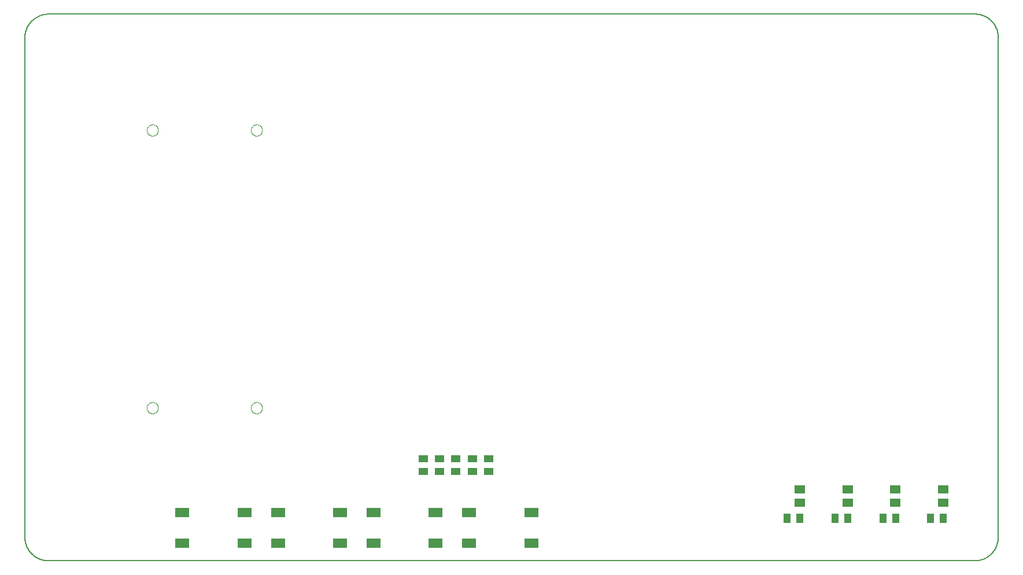
<source format=gtp>
G75*
%MOIN*%
%OFA0B0*%
%FSLAX25Y25*%
%IPPOS*%
%LPD*%
%AMOC8*
5,1,8,0,0,1.08239X$1,22.5*
%
%ADD10C,0.00600*%
%ADD11C,0.00000*%
%ADD12R,0.08268X0.05512*%
%ADD13R,0.06299X0.05118*%
%ADD14R,0.05512X0.04016*%
%ADD15R,0.04016X0.05512*%
D10*
X0021119Y0007483D02*
X0279165Y0007512D01*
X0555044Y0007512D01*
X0555371Y0007516D01*
X0555697Y0007528D01*
X0556023Y0007548D01*
X0556349Y0007575D01*
X0556674Y0007611D01*
X0556997Y0007654D01*
X0557320Y0007705D01*
X0557642Y0007764D01*
X0557961Y0007831D01*
X0558280Y0007905D01*
X0558596Y0007987D01*
X0558910Y0008077D01*
X0559222Y0008174D01*
X0559531Y0008278D01*
X0559838Y0008391D01*
X0560142Y0008510D01*
X0560443Y0008637D01*
X0560741Y0008771D01*
X0561036Y0008912D01*
X0561327Y0009061D01*
X0561614Y0009216D01*
X0561898Y0009378D01*
X0562178Y0009547D01*
X0562453Y0009723D01*
X0562724Y0009905D01*
X0562991Y0010094D01*
X0563253Y0010289D01*
X0563510Y0010491D01*
X0563762Y0010698D01*
X0564009Y0010912D01*
X0564251Y0011132D01*
X0564488Y0011357D01*
X0564719Y0011588D01*
X0564944Y0011825D01*
X0565164Y0012067D01*
X0565378Y0012314D01*
X0565585Y0012566D01*
X0565787Y0012823D01*
X0565982Y0013085D01*
X0566171Y0013352D01*
X0566353Y0013623D01*
X0566529Y0013898D01*
X0566698Y0014178D01*
X0566860Y0014462D01*
X0567015Y0014749D01*
X0567164Y0015040D01*
X0567305Y0015335D01*
X0567439Y0015633D01*
X0567566Y0015934D01*
X0567685Y0016238D01*
X0567798Y0016545D01*
X0567902Y0016854D01*
X0567999Y0017166D01*
X0568089Y0017480D01*
X0568171Y0017796D01*
X0568245Y0018115D01*
X0568312Y0018434D01*
X0568371Y0018756D01*
X0568422Y0019079D01*
X0568465Y0019402D01*
X0568501Y0019727D01*
X0568528Y0020053D01*
X0568548Y0020379D01*
X0568560Y0020705D01*
X0568564Y0021032D01*
X0568564Y0309091D01*
X0568565Y0309091D02*
X0568561Y0309415D01*
X0568549Y0309739D01*
X0568530Y0310063D01*
X0568502Y0310386D01*
X0568467Y0310708D01*
X0568424Y0311029D01*
X0568374Y0311349D01*
X0568315Y0311668D01*
X0568249Y0311986D01*
X0568175Y0312301D01*
X0568094Y0312615D01*
X0568005Y0312927D01*
X0567908Y0313236D01*
X0567805Y0313543D01*
X0567693Y0313848D01*
X0567575Y0314149D01*
X0567449Y0314448D01*
X0567316Y0314744D01*
X0567176Y0315036D01*
X0567029Y0315325D01*
X0566874Y0315610D01*
X0566713Y0315891D01*
X0566546Y0316169D01*
X0566371Y0316442D01*
X0566191Y0316711D01*
X0566003Y0316976D01*
X0565809Y0317235D01*
X0565610Y0317491D01*
X0565404Y0317741D01*
X0565192Y0317986D01*
X0564974Y0318226D01*
X0564750Y0318461D01*
X0564521Y0318690D01*
X0564286Y0318914D01*
X0564046Y0319132D01*
X0563801Y0319344D01*
X0563551Y0319550D01*
X0563295Y0319749D01*
X0563036Y0319943D01*
X0562771Y0320131D01*
X0562502Y0320311D01*
X0562229Y0320486D01*
X0561951Y0320653D01*
X0561670Y0320814D01*
X0561385Y0320969D01*
X0561096Y0321116D01*
X0560804Y0321256D01*
X0560508Y0321389D01*
X0560209Y0321515D01*
X0559908Y0321633D01*
X0559603Y0321745D01*
X0559296Y0321848D01*
X0558987Y0321945D01*
X0558675Y0322034D01*
X0558361Y0322115D01*
X0558046Y0322189D01*
X0557728Y0322255D01*
X0557409Y0322314D01*
X0557089Y0322364D01*
X0556768Y0322407D01*
X0556446Y0322442D01*
X0556123Y0322470D01*
X0555799Y0322489D01*
X0555475Y0322501D01*
X0555151Y0322505D01*
X0021123Y0322505D01*
X0020794Y0322501D01*
X0020465Y0322489D01*
X0020137Y0322469D01*
X0019809Y0322441D01*
X0019482Y0322406D01*
X0019156Y0322362D01*
X0018831Y0322311D01*
X0018508Y0322251D01*
X0018186Y0322184D01*
X0017865Y0322109D01*
X0017547Y0322027D01*
X0017231Y0321937D01*
X0016917Y0321839D01*
X0016605Y0321733D01*
X0016296Y0321620D01*
X0015990Y0321500D01*
X0015687Y0321372D01*
X0015387Y0321237D01*
X0015090Y0321095D01*
X0014797Y0320946D01*
X0014508Y0320789D01*
X0014222Y0320626D01*
X0013941Y0320456D01*
X0013663Y0320279D01*
X0013391Y0320095D01*
X0013122Y0319905D01*
X0012858Y0319709D01*
X0012599Y0319506D01*
X0012345Y0319297D01*
X0012097Y0319082D01*
X0011853Y0318861D01*
X0011615Y0318634D01*
X0011382Y0318401D01*
X0011155Y0318163D01*
X0010934Y0317919D01*
X0010719Y0317671D01*
X0010510Y0317417D01*
X0010307Y0317158D01*
X0010111Y0316894D01*
X0009921Y0316625D01*
X0009737Y0316353D01*
X0009560Y0316075D01*
X0009390Y0315794D01*
X0009227Y0315508D01*
X0009070Y0315219D01*
X0008921Y0314926D01*
X0008779Y0314629D01*
X0008644Y0314329D01*
X0008516Y0314026D01*
X0008396Y0313720D01*
X0008283Y0313411D01*
X0008177Y0313099D01*
X0008079Y0312785D01*
X0007989Y0312469D01*
X0007907Y0312151D01*
X0007832Y0311830D01*
X0007765Y0311508D01*
X0007705Y0311185D01*
X0007654Y0310860D01*
X0007610Y0310534D01*
X0007575Y0310207D01*
X0007547Y0309879D01*
X0007527Y0309551D01*
X0007515Y0309222D01*
X0007511Y0308893D01*
X0007512Y0308893D02*
X0007512Y0021090D01*
X0007516Y0020761D01*
X0007528Y0020433D01*
X0007548Y0020104D01*
X0007576Y0019777D01*
X0007611Y0019450D01*
X0007655Y0019124D01*
X0007706Y0018799D01*
X0007765Y0018476D01*
X0007833Y0018154D01*
X0007907Y0017834D01*
X0007990Y0017515D01*
X0008080Y0017199D01*
X0008178Y0016885D01*
X0008283Y0016574D01*
X0008396Y0016265D01*
X0008517Y0015959D01*
X0008644Y0015656D01*
X0008779Y0015356D01*
X0008921Y0015059D01*
X0009071Y0014767D01*
X0009227Y0014477D01*
X0009390Y0014192D01*
X0009560Y0013910D01*
X0009737Y0013633D01*
X0009921Y0013360D01*
X0010111Y0013092D01*
X0010307Y0012828D01*
X0010510Y0012569D01*
X0010719Y0012316D01*
X0010934Y0012067D01*
X0011155Y0011823D01*
X0011382Y0011585D01*
X0011614Y0011353D01*
X0011852Y0011126D01*
X0012096Y0010905D01*
X0012345Y0010690D01*
X0012598Y0010481D01*
X0012857Y0010278D01*
X0013121Y0010082D01*
X0013389Y0009892D01*
X0013662Y0009708D01*
X0013939Y0009531D01*
X0014221Y0009361D01*
X0014506Y0009198D01*
X0014796Y0009042D01*
X0015088Y0008892D01*
X0015385Y0008750D01*
X0015685Y0008615D01*
X0015988Y0008488D01*
X0016294Y0008367D01*
X0016603Y0008254D01*
X0016914Y0008149D01*
X0017228Y0008051D01*
X0017544Y0007961D01*
X0017863Y0007878D01*
X0018183Y0007804D01*
X0018505Y0007736D01*
X0018828Y0007677D01*
X0019153Y0007626D01*
X0019479Y0007582D01*
X0019806Y0007547D01*
X0020133Y0007519D01*
X0020462Y0007499D01*
X0020790Y0007487D01*
X0021119Y0007483D01*
D11*
X0077797Y0095609D02*
X0077799Y0095722D01*
X0077805Y0095836D01*
X0077815Y0095949D01*
X0077829Y0096061D01*
X0077846Y0096173D01*
X0077868Y0096285D01*
X0077894Y0096395D01*
X0077923Y0096505D01*
X0077956Y0096613D01*
X0077993Y0096721D01*
X0078034Y0096826D01*
X0078078Y0096931D01*
X0078126Y0097034D01*
X0078177Y0097135D01*
X0078232Y0097234D01*
X0078291Y0097331D01*
X0078353Y0097426D01*
X0078418Y0097519D01*
X0078486Y0097610D01*
X0078557Y0097698D01*
X0078632Y0097784D01*
X0078709Y0097867D01*
X0078789Y0097947D01*
X0078872Y0098024D01*
X0078958Y0098099D01*
X0079046Y0098170D01*
X0079137Y0098238D01*
X0079230Y0098303D01*
X0079325Y0098365D01*
X0079422Y0098424D01*
X0079521Y0098479D01*
X0079622Y0098530D01*
X0079725Y0098578D01*
X0079830Y0098622D01*
X0079935Y0098663D01*
X0080043Y0098700D01*
X0080151Y0098733D01*
X0080261Y0098762D01*
X0080371Y0098788D01*
X0080483Y0098810D01*
X0080595Y0098827D01*
X0080707Y0098841D01*
X0080820Y0098851D01*
X0080934Y0098857D01*
X0081047Y0098859D01*
X0081160Y0098857D01*
X0081274Y0098851D01*
X0081387Y0098841D01*
X0081499Y0098827D01*
X0081611Y0098810D01*
X0081723Y0098788D01*
X0081833Y0098762D01*
X0081943Y0098733D01*
X0082051Y0098700D01*
X0082159Y0098663D01*
X0082264Y0098622D01*
X0082369Y0098578D01*
X0082472Y0098530D01*
X0082573Y0098479D01*
X0082672Y0098424D01*
X0082769Y0098365D01*
X0082864Y0098303D01*
X0082957Y0098238D01*
X0083048Y0098170D01*
X0083136Y0098099D01*
X0083222Y0098024D01*
X0083305Y0097947D01*
X0083385Y0097867D01*
X0083462Y0097784D01*
X0083537Y0097698D01*
X0083608Y0097610D01*
X0083676Y0097519D01*
X0083741Y0097426D01*
X0083803Y0097331D01*
X0083862Y0097234D01*
X0083917Y0097135D01*
X0083968Y0097034D01*
X0084016Y0096931D01*
X0084060Y0096826D01*
X0084101Y0096721D01*
X0084138Y0096613D01*
X0084171Y0096505D01*
X0084200Y0096395D01*
X0084226Y0096285D01*
X0084248Y0096173D01*
X0084265Y0096061D01*
X0084279Y0095949D01*
X0084289Y0095836D01*
X0084295Y0095722D01*
X0084297Y0095609D01*
X0084295Y0095496D01*
X0084289Y0095382D01*
X0084279Y0095269D01*
X0084265Y0095157D01*
X0084248Y0095045D01*
X0084226Y0094933D01*
X0084200Y0094823D01*
X0084171Y0094713D01*
X0084138Y0094605D01*
X0084101Y0094497D01*
X0084060Y0094392D01*
X0084016Y0094287D01*
X0083968Y0094184D01*
X0083917Y0094083D01*
X0083862Y0093984D01*
X0083803Y0093887D01*
X0083741Y0093792D01*
X0083676Y0093699D01*
X0083608Y0093608D01*
X0083537Y0093520D01*
X0083462Y0093434D01*
X0083385Y0093351D01*
X0083305Y0093271D01*
X0083222Y0093194D01*
X0083136Y0093119D01*
X0083048Y0093048D01*
X0082957Y0092980D01*
X0082864Y0092915D01*
X0082769Y0092853D01*
X0082672Y0092794D01*
X0082573Y0092739D01*
X0082472Y0092688D01*
X0082369Y0092640D01*
X0082264Y0092596D01*
X0082159Y0092555D01*
X0082051Y0092518D01*
X0081943Y0092485D01*
X0081833Y0092456D01*
X0081723Y0092430D01*
X0081611Y0092408D01*
X0081499Y0092391D01*
X0081387Y0092377D01*
X0081274Y0092367D01*
X0081160Y0092361D01*
X0081047Y0092359D01*
X0080934Y0092361D01*
X0080820Y0092367D01*
X0080707Y0092377D01*
X0080595Y0092391D01*
X0080483Y0092408D01*
X0080371Y0092430D01*
X0080261Y0092456D01*
X0080151Y0092485D01*
X0080043Y0092518D01*
X0079935Y0092555D01*
X0079830Y0092596D01*
X0079725Y0092640D01*
X0079622Y0092688D01*
X0079521Y0092739D01*
X0079422Y0092794D01*
X0079325Y0092853D01*
X0079230Y0092915D01*
X0079137Y0092980D01*
X0079046Y0093048D01*
X0078958Y0093119D01*
X0078872Y0093194D01*
X0078789Y0093271D01*
X0078709Y0093351D01*
X0078632Y0093434D01*
X0078557Y0093520D01*
X0078486Y0093608D01*
X0078418Y0093699D01*
X0078353Y0093792D01*
X0078291Y0093887D01*
X0078232Y0093984D01*
X0078177Y0094083D01*
X0078126Y0094184D01*
X0078078Y0094287D01*
X0078034Y0094392D01*
X0077993Y0094497D01*
X0077956Y0094605D01*
X0077923Y0094713D01*
X0077894Y0094823D01*
X0077868Y0094933D01*
X0077846Y0095045D01*
X0077829Y0095157D01*
X0077815Y0095269D01*
X0077805Y0095382D01*
X0077799Y0095496D01*
X0077797Y0095609D01*
X0137797Y0095609D02*
X0137799Y0095722D01*
X0137805Y0095836D01*
X0137815Y0095949D01*
X0137829Y0096061D01*
X0137846Y0096173D01*
X0137868Y0096285D01*
X0137894Y0096395D01*
X0137923Y0096505D01*
X0137956Y0096613D01*
X0137993Y0096721D01*
X0138034Y0096826D01*
X0138078Y0096931D01*
X0138126Y0097034D01*
X0138177Y0097135D01*
X0138232Y0097234D01*
X0138291Y0097331D01*
X0138353Y0097426D01*
X0138418Y0097519D01*
X0138486Y0097610D01*
X0138557Y0097698D01*
X0138632Y0097784D01*
X0138709Y0097867D01*
X0138789Y0097947D01*
X0138872Y0098024D01*
X0138958Y0098099D01*
X0139046Y0098170D01*
X0139137Y0098238D01*
X0139230Y0098303D01*
X0139325Y0098365D01*
X0139422Y0098424D01*
X0139521Y0098479D01*
X0139622Y0098530D01*
X0139725Y0098578D01*
X0139830Y0098622D01*
X0139935Y0098663D01*
X0140043Y0098700D01*
X0140151Y0098733D01*
X0140261Y0098762D01*
X0140371Y0098788D01*
X0140483Y0098810D01*
X0140595Y0098827D01*
X0140707Y0098841D01*
X0140820Y0098851D01*
X0140934Y0098857D01*
X0141047Y0098859D01*
X0141160Y0098857D01*
X0141274Y0098851D01*
X0141387Y0098841D01*
X0141499Y0098827D01*
X0141611Y0098810D01*
X0141723Y0098788D01*
X0141833Y0098762D01*
X0141943Y0098733D01*
X0142051Y0098700D01*
X0142159Y0098663D01*
X0142264Y0098622D01*
X0142369Y0098578D01*
X0142472Y0098530D01*
X0142573Y0098479D01*
X0142672Y0098424D01*
X0142769Y0098365D01*
X0142864Y0098303D01*
X0142957Y0098238D01*
X0143048Y0098170D01*
X0143136Y0098099D01*
X0143222Y0098024D01*
X0143305Y0097947D01*
X0143385Y0097867D01*
X0143462Y0097784D01*
X0143537Y0097698D01*
X0143608Y0097610D01*
X0143676Y0097519D01*
X0143741Y0097426D01*
X0143803Y0097331D01*
X0143862Y0097234D01*
X0143917Y0097135D01*
X0143968Y0097034D01*
X0144016Y0096931D01*
X0144060Y0096826D01*
X0144101Y0096721D01*
X0144138Y0096613D01*
X0144171Y0096505D01*
X0144200Y0096395D01*
X0144226Y0096285D01*
X0144248Y0096173D01*
X0144265Y0096061D01*
X0144279Y0095949D01*
X0144289Y0095836D01*
X0144295Y0095722D01*
X0144297Y0095609D01*
X0144295Y0095496D01*
X0144289Y0095382D01*
X0144279Y0095269D01*
X0144265Y0095157D01*
X0144248Y0095045D01*
X0144226Y0094933D01*
X0144200Y0094823D01*
X0144171Y0094713D01*
X0144138Y0094605D01*
X0144101Y0094497D01*
X0144060Y0094392D01*
X0144016Y0094287D01*
X0143968Y0094184D01*
X0143917Y0094083D01*
X0143862Y0093984D01*
X0143803Y0093887D01*
X0143741Y0093792D01*
X0143676Y0093699D01*
X0143608Y0093608D01*
X0143537Y0093520D01*
X0143462Y0093434D01*
X0143385Y0093351D01*
X0143305Y0093271D01*
X0143222Y0093194D01*
X0143136Y0093119D01*
X0143048Y0093048D01*
X0142957Y0092980D01*
X0142864Y0092915D01*
X0142769Y0092853D01*
X0142672Y0092794D01*
X0142573Y0092739D01*
X0142472Y0092688D01*
X0142369Y0092640D01*
X0142264Y0092596D01*
X0142159Y0092555D01*
X0142051Y0092518D01*
X0141943Y0092485D01*
X0141833Y0092456D01*
X0141723Y0092430D01*
X0141611Y0092408D01*
X0141499Y0092391D01*
X0141387Y0092377D01*
X0141274Y0092367D01*
X0141160Y0092361D01*
X0141047Y0092359D01*
X0140934Y0092361D01*
X0140820Y0092367D01*
X0140707Y0092377D01*
X0140595Y0092391D01*
X0140483Y0092408D01*
X0140371Y0092430D01*
X0140261Y0092456D01*
X0140151Y0092485D01*
X0140043Y0092518D01*
X0139935Y0092555D01*
X0139830Y0092596D01*
X0139725Y0092640D01*
X0139622Y0092688D01*
X0139521Y0092739D01*
X0139422Y0092794D01*
X0139325Y0092853D01*
X0139230Y0092915D01*
X0139137Y0092980D01*
X0139046Y0093048D01*
X0138958Y0093119D01*
X0138872Y0093194D01*
X0138789Y0093271D01*
X0138709Y0093351D01*
X0138632Y0093434D01*
X0138557Y0093520D01*
X0138486Y0093608D01*
X0138418Y0093699D01*
X0138353Y0093792D01*
X0138291Y0093887D01*
X0138232Y0093984D01*
X0138177Y0094083D01*
X0138126Y0094184D01*
X0138078Y0094287D01*
X0138034Y0094392D01*
X0137993Y0094497D01*
X0137956Y0094605D01*
X0137923Y0094713D01*
X0137894Y0094823D01*
X0137868Y0094933D01*
X0137846Y0095045D01*
X0137829Y0095157D01*
X0137815Y0095269D01*
X0137805Y0095382D01*
X0137799Y0095496D01*
X0137797Y0095609D01*
X0137797Y0255609D02*
X0137799Y0255722D01*
X0137805Y0255836D01*
X0137815Y0255949D01*
X0137829Y0256061D01*
X0137846Y0256173D01*
X0137868Y0256285D01*
X0137894Y0256395D01*
X0137923Y0256505D01*
X0137956Y0256613D01*
X0137993Y0256721D01*
X0138034Y0256826D01*
X0138078Y0256931D01*
X0138126Y0257034D01*
X0138177Y0257135D01*
X0138232Y0257234D01*
X0138291Y0257331D01*
X0138353Y0257426D01*
X0138418Y0257519D01*
X0138486Y0257610D01*
X0138557Y0257698D01*
X0138632Y0257784D01*
X0138709Y0257867D01*
X0138789Y0257947D01*
X0138872Y0258024D01*
X0138958Y0258099D01*
X0139046Y0258170D01*
X0139137Y0258238D01*
X0139230Y0258303D01*
X0139325Y0258365D01*
X0139422Y0258424D01*
X0139521Y0258479D01*
X0139622Y0258530D01*
X0139725Y0258578D01*
X0139830Y0258622D01*
X0139935Y0258663D01*
X0140043Y0258700D01*
X0140151Y0258733D01*
X0140261Y0258762D01*
X0140371Y0258788D01*
X0140483Y0258810D01*
X0140595Y0258827D01*
X0140707Y0258841D01*
X0140820Y0258851D01*
X0140934Y0258857D01*
X0141047Y0258859D01*
X0141160Y0258857D01*
X0141274Y0258851D01*
X0141387Y0258841D01*
X0141499Y0258827D01*
X0141611Y0258810D01*
X0141723Y0258788D01*
X0141833Y0258762D01*
X0141943Y0258733D01*
X0142051Y0258700D01*
X0142159Y0258663D01*
X0142264Y0258622D01*
X0142369Y0258578D01*
X0142472Y0258530D01*
X0142573Y0258479D01*
X0142672Y0258424D01*
X0142769Y0258365D01*
X0142864Y0258303D01*
X0142957Y0258238D01*
X0143048Y0258170D01*
X0143136Y0258099D01*
X0143222Y0258024D01*
X0143305Y0257947D01*
X0143385Y0257867D01*
X0143462Y0257784D01*
X0143537Y0257698D01*
X0143608Y0257610D01*
X0143676Y0257519D01*
X0143741Y0257426D01*
X0143803Y0257331D01*
X0143862Y0257234D01*
X0143917Y0257135D01*
X0143968Y0257034D01*
X0144016Y0256931D01*
X0144060Y0256826D01*
X0144101Y0256721D01*
X0144138Y0256613D01*
X0144171Y0256505D01*
X0144200Y0256395D01*
X0144226Y0256285D01*
X0144248Y0256173D01*
X0144265Y0256061D01*
X0144279Y0255949D01*
X0144289Y0255836D01*
X0144295Y0255722D01*
X0144297Y0255609D01*
X0144295Y0255496D01*
X0144289Y0255382D01*
X0144279Y0255269D01*
X0144265Y0255157D01*
X0144248Y0255045D01*
X0144226Y0254933D01*
X0144200Y0254823D01*
X0144171Y0254713D01*
X0144138Y0254605D01*
X0144101Y0254497D01*
X0144060Y0254392D01*
X0144016Y0254287D01*
X0143968Y0254184D01*
X0143917Y0254083D01*
X0143862Y0253984D01*
X0143803Y0253887D01*
X0143741Y0253792D01*
X0143676Y0253699D01*
X0143608Y0253608D01*
X0143537Y0253520D01*
X0143462Y0253434D01*
X0143385Y0253351D01*
X0143305Y0253271D01*
X0143222Y0253194D01*
X0143136Y0253119D01*
X0143048Y0253048D01*
X0142957Y0252980D01*
X0142864Y0252915D01*
X0142769Y0252853D01*
X0142672Y0252794D01*
X0142573Y0252739D01*
X0142472Y0252688D01*
X0142369Y0252640D01*
X0142264Y0252596D01*
X0142159Y0252555D01*
X0142051Y0252518D01*
X0141943Y0252485D01*
X0141833Y0252456D01*
X0141723Y0252430D01*
X0141611Y0252408D01*
X0141499Y0252391D01*
X0141387Y0252377D01*
X0141274Y0252367D01*
X0141160Y0252361D01*
X0141047Y0252359D01*
X0140934Y0252361D01*
X0140820Y0252367D01*
X0140707Y0252377D01*
X0140595Y0252391D01*
X0140483Y0252408D01*
X0140371Y0252430D01*
X0140261Y0252456D01*
X0140151Y0252485D01*
X0140043Y0252518D01*
X0139935Y0252555D01*
X0139830Y0252596D01*
X0139725Y0252640D01*
X0139622Y0252688D01*
X0139521Y0252739D01*
X0139422Y0252794D01*
X0139325Y0252853D01*
X0139230Y0252915D01*
X0139137Y0252980D01*
X0139046Y0253048D01*
X0138958Y0253119D01*
X0138872Y0253194D01*
X0138789Y0253271D01*
X0138709Y0253351D01*
X0138632Y0253434D01*
X0138557Y0253520D01*
X0138486Y0253608D01*
X0138418Y0253699D01*
X0138353Y0253792D01*
X0138291Y0253887D01*
X0138232Y0253984D01*
X0138177Y0254083D01*
X0138126Y0254184D01*
X0138078Y0254287D01*
X0138034Y0254392D01*
X0137993Y0254497D01*
X0137956Y0254605D01*
X0137923Y0254713D01*
X0137894Y0254823D01*
X0137868Y0254933D01*
X0137846Y0255045D01*
X0137829Y0255157D01*
X0137815Y0255269D01*
X0137805Y0255382D01*
X0137799Y0255496D01*
X0137797Y0255609D01*
X0077797Y0255609D02*
X0077799Y0255722D01*
X0077805Y0255836D01*
X0077815Y0255949D01*
X0077829Y0256061D01*
X0077846Y0256173D01*
X0077868Y0256285D01*
X0077894Y0256395D01*
X0077923Y0256505D01*
X0077956Y0256613D01*
X0077993Y0256721D01*
X0078034Y0256826D01*
X0078078Y0256931D01*
X0078126Y0257034D01*
X0078177Y0257135D01*
X0078232Y0257234D01*
X0078291Y0257331D01*
X0078353Y0257426D01*
X0078418Y0257519D01*
X0078486Y0257610D01*
X0078557Y0257698D01*
X0078632Y0257784D01*
X0078709Y0257867D01*
X0078789Y0257947D01*
X0078872Y0258024D01*
X0078958Y0258099D01*
X0079046Y0258170D01*
X0079137Y0258238D01*
X0079230Y0258303D01*
X0079325Y0258365D01*
X0079422Y0258424D01*
X0079521Y0258479D01*
X0079622Y0258530D01*
X0079725Y0258578D01*
X0079830Y0258622D01*
X0079935Y0258663D01*
X0080043Y0258700D01*
X0080151Y0258733D01*
X0080261Y0258762D01*
X0080371Y0258788D01*
X0080483Y0258810D01*
X0080595Y0258827D01*
X0080707Y0258841D01*
X0080820Y0258851D01*
X0080934Y0258857D01*
X0081047Y0258859D01*
X0081160Y0258857D01*
X0081274Y0258851D01*
X0081387Y0258841D01*
X0081499Y0258827D01*
X0081611Y0258810D01*
X0081723Y0258788D01*
X0081833Y0258762D01*
X0081943Y0258733D01*
X0082051Y0258700D01*
X0082159Y0258663D01*
X0082264Y0258622D01*
X0082369Y0258578D01*
X0082472Y0258530D01*
X0082573Y0258479D01*
X0082672Y0258424D01*
X0082769Y0258365D01*
X0082864Y0258303D01*
X0082957Y0258238D01*
X0083048Y0258170D01*
X0083136Y0258099D01*
X0083222Y0258024D01*
X0083305Y0257947D01*
X0083385Y0257867D01*
X0083462Y0257784D01*
X0083537Y0257698D01*
X0083608Y0257610D01*
X0083676Y0257519D01*
X0083741Y0257426D01*
X0083803Y0257331D01*
X0083862Y0257234D01*
X0083917Y0257135D01*
X0083968Y0257034D01*
X0084016Y0256931D01*
X0084060Y0256826D01*
X0084101Y0256721D01*
X0084138Y0256613D01*
X0084171Y0256505D01*
X0084200Y0256395D01*
X0084226Y0256285D01*
X0084248Y0256173D01*
X0084265Y0256061D01*
X0084279Y0255949D01*
X0084289Y0255836D01*
X0084295Y0255722D01*
X0084297Y0255609D01*
X0084295Y0255496D01*
X0084289Y0255382D01*
X0084279Y0255269D01*
X0084265Y0255157D01*
X0084248Y0255045D01*
X0084226Y0254933D01*
X0084200Y0254823D01*
X0084171Y0254713D01*
X0084138Y0254605D01*
X0084101Y0254497D01*
X0084060Y0254392D01*
X0084016Y0254287D01*
X0083968Y0254184D01*
X0083917Y0254083D01*
X0083862Y0253984D01*
X0083803Y0253887D01*
X0083741Y0253792D01*
X0083676Y0253699D01*
X0083608Y0253608D01*
X0083537Y0253520D01*
X0083462Y0253434D01*
X0083385Y0253351D01*
X0083305Y0253271D01*
X0083222Y0253194D01*
X0083136Y0253119D01*
X0083048Y0253048D01*
X0082957Y0252980D01*
X0082864Y0252915D01*
X0082769Y0252853D01*
X0082672Y0252794D01*
X0082573Y0252739D01*
X0082472Y0252688D01*
X0082369Y0252640D01*
X0082264Y0252596D01*
X0082159Y0252555D01*
X0082051Y0252518D01*
X0081943Y0252485D01*
X0081833Y0252456D01*
X0081723Y0252430D01*
X0081611Y0252408D01*
X0081499Y0252391D01*
X0081387Y0252377D01*
X0081274Y0252367D01*
X0081160Y0252361D01*
X0081047Y0252359D01*
X0080934Y0252361D01*
X0080820Y0252367D01*
X0080707Y0252377D01*
X0080595Y0252391D01*
X0080483Y0252408D01*
X0080371Y0252430D01*
X0080261Y0252456D01*
X0080151Y0252485D01*
X0080043Y0252518D01*
X0079935Y0252555D01*
X0079830Y0252596D01*
X0079725Y0252640D01*
X0079622Y0252688D01*
X0079521Y0252739D01*
X0079422Y0252794D01*
X0079325Y0252853D01*
X0079230Y0252915D01*
X0079137Y0252980D01*
X0079046Y0253048D01*
X0078958Y0253119D01*
X0078872Y0253194D01*
X0078789Y0253271D01*
X0078709Y0253351D01*
X0078632Y0253434D01*
X0078557Y0253520D01*
X0078486Y0253608D01*
X0078418Y0253699D01*
X0078353Y0253792D01*
X0078291Y0253887D01*
X0078232Y0253984D01*
X0078177Y0254083D01*
X0078126Y0254184D01*
X0078078Y0254287D01*
X0078034Y0254392D01*
X0077993Y0254497D01*
X0077956Y0254605D01*
X0077923Y0254713D01*
X0077894Y0254823D01*
X0077868Y0254933D01*
X0077846Y0255045D01*
X0077829Y0255157D01*
X0077815Y0255269D01*
X0077805Y0255382D01*
X0077799Y0255496D01*
X0077797Y0255609D01*
D12*
X0098260Y0035268D03*
X0098260Y0017551D03*
X0134087Y0017551D03*
X0153378Y0017551D03*
X0153378Y0035268D03*
X0134087Y0035268D03*
X0189205Y0035268D03*
X0208496Y0035268D03*
X0208496Y0017551D03*
X0189205Y0017551D03*
X0244323Y0017551D03*
X0263614Y0017551D03*
X0263614Y0035268D03*
X0244323Y0035268D03*
X0299441Y0035268D03*
X0299441Y0017551D03*
D13*
X0454171Y0040907D03*
X0454171Y0048781D03*
X0481730Y0048781D03*
X0481730Y0040907D03*
X0509289Y0040907D03*
X0509289Y0048781D03*
X0536747Y0048764D03*
X0536747Y0040890D03*
D14*
X0274877Y0059037D03*
X0265428Y0059037D03*
X0255979Y0059037D03*
X0246530Y0059037D03*
X0237081Y0059037D03*
X0237081Y0066438D03*
X0246530Y0066438D03*
X0255979Y0066438D03*
X0265428Y0066438D03*
X0274877Y0066438D03*
D15*
X0446888Y0032032D03*
X0454289Y0032032D03*
X0474447Y0032032D03*
X0481848Y0032032D03*
X0502006Y0032032D03*
X0509407Y0032032D03*
X0529565Y0032032D03*
X0536966Y0032032D03*
M02*

</source>
